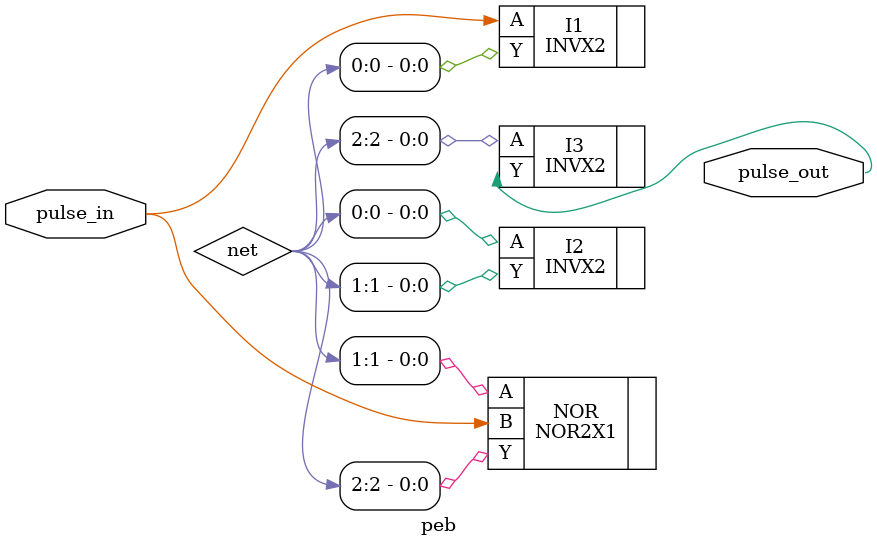
<source format=v>

`timescale 1ps/1fs

module ctdc (
    input wire In_PW_in,
    input wire EN_n_in,
    output wire pos_lead_neg_out,
    output wire R_pos_out,
    output wire R_neg_out
);

    wire mrk_pos;
    wire mrk_neg;
    wire R_pos;
    wire R_neg;
    wire pos_lead_neg;

    
    pulse2marker_pair pulse2marker_pair1(.pulse_in(In_PW_in), .marker1_out(mrk_pos), .marker2_out(mrk_neg), .en_in(EN_n_in));

    loop_pos loop_pos1(.pulse_in(mrk_pos), .pulse_out(R_pos), .en_in(EN_n_in));
    loop_neg loop_neg1(.pulse_in(mrk_neg), .pulse_out(R_neg), .en_in(EN_n_in));

    
    bbpd bbpd1(.pulse1_in(R_pos), .pulse2_in(R_neg), .S_out(pos_lead_neg), .R_out(), .en_in(EN_n_in));
    
    CLKBUFX2 BUF1( .A(R_pos), .Y(R_pos_out) );
    CLKBUFX2 BUF2( .A(pos_lead_neg), .Y(pos_lead_neg_out) );
    
endmodule




module loop_pos (
    input wire pulse_in,
    output wire pulse_out,
    input wire en_in
);

    wire OA_output;
    wire pwstd_output;
    wire dl_output;

    AO22X1 AO1( .A0(pulse_in), .A1(en_in), .B0(en_in), .B1(pulse_out), .Y(OA_output) );
    pwstd pwstd1(.pulse_in(OA_output), .pulse_out(pwstd_output));

    dl_x2 dl1(.pulse_in(pwstd_output), .pulse_out(dl_output));

    dl_large dl_large1(.pulse_in(dl_output), .pulse_out(pulse_out));
    
endmodule


module loop_neg (
    input wire pulse_in,
    output wire pulse_out,
    input wire en_in
);

    wire OA_output;
    wire pwstd_output;
    wire dl_output;

    AO22X1 AO1( .A0(pulse_in), .A1(en_in), .B0(en_in), .B1(pulse_out), .Y(OA_output) );
    pwstd pwstd1(.pulse_in(OA_output), .pulse_out(pwstd_output));

    dl_x1 dl1(.pulse_in(pwstd_output), .pulse_out(dl_output));

    dl_large dl_large1(.pulse_in(dl_output), .pulse_out(pulse_out));
    
endmodule



/* ####### bbpd ############################################################################# */


module bbpd(
        input wire pulse1_in,        
        input wire pulse2_in,        
        output wire S_out,        
        output wire R_out,        
        input wire en_in        
);

wire dff1_out;
wire dff2_out;
wire rst_n;
wire n1, n2;

DFFRQX2  DFF1( .D(1'b1), .CK(pulse1_in), .RN(rst_n), .Q(dff1_out) );
DFFRQX2  DFF2( .D(1'b1), .CK(pulse2_in), .RN(rst_n), .Q(dff2_out) );

CLKNAND2X2 U5 ( .A(dff1_out), .B(dff2_out), .Y(n1) );
CLKNAND2X2 U6 ( .A(n1), .B(en_in), .Y(n2) );
INVX2 I1(.A(n2), .Y(rst_n));

wire S_out_racing;
wire R_out_racing;

CLKNAND2X2 U1 ( .A(dff1_out), .B(R_out_racing), .Y(S_out_racing) );
CLKNAND2X2 U2 ( .A(dff2_out), .B(S_out_racing), .Y(R_out_racing) );

CLKNAND2X2 U3 ( .A(S_out_racing), .B(R_out), .Y(S_out) );
CLKNAND2X2 U4 ( .A(R_out_racing), .B(S_out), .Y(R_out) );

endmodule



/* ####### pwstd ############################################################################# */

module pwstd(
        input wire pulse_in,         
        output wire pulse_out             
);

    parameter n = 13;
    wire idl_output;
    wire [n:0] net;

    assign net[0] = pulse_in;
    generate
        genvar i;
            for (i=0; i<n; i=i+1) begin : gen_db_large
                INVX2 I_i(.A(net[i]), .Y(net[i+1]));
            end
    endgenerate 
    assign idl_output = net[n];

    NOR2X1 NOR21( .A(idl_output), .B(pulse_in), .Y(pulse_out));

endmodule


module idl_pwstd(input wire pulse_in, output wire pulse_out);


    parameter n = 7;
    wire [n:0] net;

    assign net[0] = pulse_in;
    generate
        genvar i;
            for (i=0; i<n; i=i+1) begin : gen_db_large
                INVX2 I_i(.A(net[i]), .Y(net[i+1]));
            end
    endgenerate 
    assign pulse_out = net[n];


endmodule


/* ####### dl_large ############################################################################# */

module dl_large(
        output wire pulse_out,
        input wire pulse_in
);

    parameter n = 80;
    wire [n:0] net;

    assign net[0] = pulse_in;
    generate
        genvar i;
            for (i=0; i<n; i=i+1) begin : gen_db_large
                db_large db_large_i(.pulse_in(net[i]), .pulse_out(net[i+1])); 
            end
    endgenerate 
    assign pulse_out = net[n];


endmodule

module db_large (output wire pulse_out, input wire pulse_in);

    wire n1;
    INVX2 I1(.A(pulse_in), .Y(n1));
    INVX2 I2(.A(n1), .Y(pulse_out));

endmodule

/* ####### dl_x1, dl_x2 ############################################################################# */



module dl_x1 (input wire pulse_in, output wire pulse_out );

    parameter n = 1;

    wire [n:0] net;

    assign net[0] = pulse_in;
    generate
        genvar i;
            for (i=0; i<n; i=i+1) begin : gen_delay_block
                db_x1 db_x1_i(.pulse_in(net[i]), .pulse_out(net[i+1]));
            end
    endgenerate
    assign pulse_out = net[n];
endmodule

module db_x1 (output wire pulse_out, input wire pulse_in);

    wire n1;
    INVX2 I1(.A(pulse_in), .Y(n1));
    INVX2 I2(.A(n1), .Y(pulse_out));

endmodule




module dl_x2 (input wire pulse_in, output wire pulse_out );

    parameter n = 1;

    wire [n:0] net;

    assign net[0] = pulse_in;
    generate
        genvar i;
            for (i=0; i<n; i=i+1) begin : gen_delay_block
                db_x2 db_x2_i(.pulse_in(net[i]), .pulse_out(net[i+1]));
            end
    endgenerate
    assign pulse_out = net[n];
endmodule

module db_x2 (output wire pulse_out, input wire pulse_in);

    wire n1;
    INVX3 I1(.A(pulse_in), .Y(n1));
    INVX3 I2(.A(n1), .Y(pulse_out));

endmodule





/* ####### pulse2marker_pair ############################################################################# */


`timescale 1ps/1fs

module pulse2marker_pair(
        input wire pulse_in,
        output wire marker1_out,
        output wire marker2_out,
        input wire en_in
);


    posedge_marker posedge_marker1(
        .pulse_in(pulse_in),
        .marker_out(marker1_out)
    );


    negedge_marker negedge_marker1(
        .pulse_in(pulse_in),
        .marker_out(marker2_out)
    );

endmodule




module posedge_marker( input wire pulse_in, output wire marker_out );

    wire n11;
    wire n12;
    wire n13;

    idl idl1(pulse_in, n11);
    CLKNAND2X2 NAND11( .A(n11), .B(pulse_in), .Y(n12) );
    INVX2 I16(.A(n12), .Y(n13));
    pel pel1(.pulse_in(n13), .pulse_out(marker_out));


endmodule



module negedge_marker( input wire pulse_in, output wire marker_out );

    wire n11;
    wire n12;
    wire n13;

    idl idl1(pulse_in, n11);
    NOR2X1 NOR21( .A(n11), .B(pulse_in), .Y(n13));
    pel pel1(.pulse_in(n13), .pulse_out(marker_out));


endmodule




module idl(input wire pulse_in, output wire pulse_out);

    wire [3:0] net1;
    INVX2 I11(.A(pulse_in), .Y(net1[0]));
    INVX2 I12(.A(net1[0]), .Y(net1[1]));
    INVX2 I13(.A(net1[1]), .Y(net1[2]));
    INVX2 I14(.A(net1[2]), .Y(net1[3]));
    INVX2 I15(.A(net1[3]), .Y(pulse_out));

endmodule



module pel(input wire pulse_in, output wire pulse_out);

    parameter n = 3;
    wire [n:0] net;

    assign net[0] = pulse_in;
    generate
        genvar i;
            for (i=0; i<n; i=i+1) begin : pulse_expansion_block
                peb peb_i(.pulse_in(net[i]), .pulse_out(net[i+1]));
            end
    endgenerate
    assign pulse_out = net[n];

endmodule


module peb(input wire pulse_in, output wire pulse_out);


    wire [2:0] net;
    INVX2 I1(.A(pulse_in), .Y(net[0]));
    INVX2 I2(.A(net[0]), .Y(net[1]));    
    NOR2X1 NOR( .A(net[1]), .B(pulse_in), .Y(net[2]));
    INVX2 I3(.A(net[2]), .Y(pulse_out));  


endmodule




</source>
